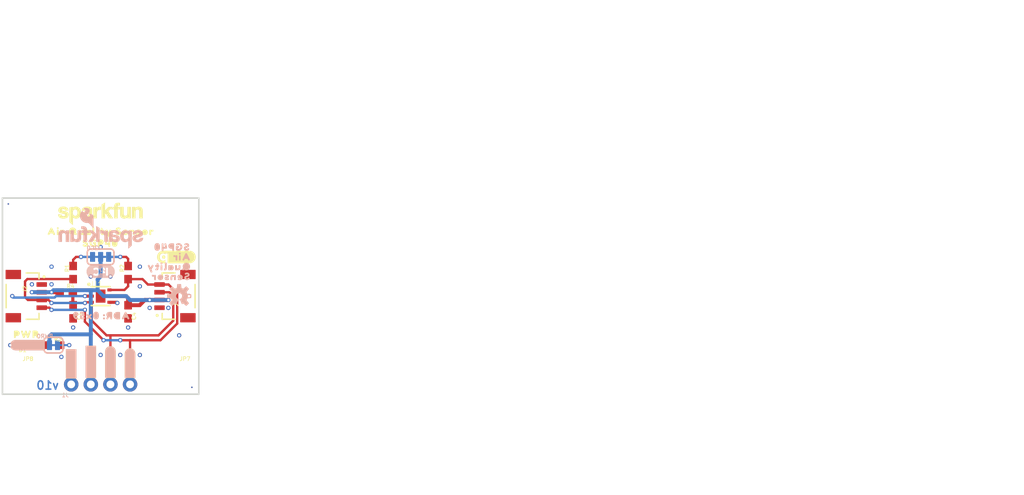
<source format=kicad_pcb>
(kicad_pcb (version 20211014) (generator pcbnew)
  (layers (0 "F.Cu" signal) (31 "B.Cu" signal) (34 "B.Paste" user) (35 "F.Paste" user) (36 "B.SilkS" user "B.Silkscreen") (37 "F.SilkS" user "F.Silkscreen") (38 "B.Mask" user) (39 "F.Mask" user) (44 "Edge.Cuts" user))
  (net 0 "")
  (net 1 "3.3V")
  (net 2 "GND")
  (net 3 "SCL")
  (net 4 "SDA")
  (net 5 "N$3")
  (net 6 "N$1")
  (net 7 "N$2")
  (net 8 "N$4")
  (net 9 "N$5")
  (footprint "boardEagle:#3#3V#0" (layer "F.Cu") (at 147.2311 113.5126 90)
    (fp_text reference "U$34" hide)
    (fp_text value "" hide)
  )
  (footprint "boardEagle:0603" (layer "F.Cu") (at 152.0571 101.9556 90)
    (fp_text reference "R2" (at 0 -0.762 90) (layer "F.SilkS") (effects (font (size 0.512064 0.512064) (thickness 0.097536)) (justify left)))
    (fp_text value "4.7k")
    (pad "1" smd roundrect (at -0.85 0 90) (size 1.1 1) (layers "F.Cu" "F.Paste" "F.Mask") (roundrect_rratio 0.0508) (net 3 "SCL"))
    (pad "2" smd roundrect (at 0.85 0 90) (size 1.1 1) (layers "F.Cu" "F.Paste" "F.Mask") (roundrect_rratio 0.0508) (net 8 "N$4"))
  )
  (footprint "boardEagle:STAND-OFF" (layer "F.Cu") (at 158.6611 94.8436)
    (fp_text reference "JP4" hide)
    (fp_text value "STAND-OFF" hide)
    (pad "" np_thru_hole circle (at 0 0) (size 3.302 3.302) (drill 3.302) (layers *.Cu *.Mask))
  )
  (footprint "boardEagle:STAND-OFF" (layer "F.Cu") (at 138.3411 94.8436)
    (fp_text reference "JP3" hide)
    (fp_text value "STAND-OFF" hide)
    (pad "" np_thru_hole circle (at 0 0) (size 3.302 3.302) (drill 3.302) (layers *.Cu *.Mask))
  )
  (footprint "boardEagle:PWR0" (layer "F.Cu") (at 136.5631 109.9566)
    (fp_text reference "U$5" hide)
    (fp_text value "" hide)
  )
  (footprint "boardEagle:FIDUCIAL-0.2MM" (layer "F.Cu") (at 136.5631 93.0656)
    (fp_text reference "JP6" hide)
    (fp_text value "FIDUCIAL0.2MM" hide)
    (pad "1" smd roundrect (at 0 0) (size 0.2 0.2) (layers "F.Cu") (roundrect_rratio 0.5))
  )
  (footprint "boardEagle:SFE_LOGO_NAME_.1" (layer "F.Cu") (at 148.5011 94.3356)
    (fp_text reference "LOGO6" hide)
    (fp_text value "SFE_LOGO_NAME.1_INCH" hide)
  )
  (footprint "boardEagle:0603" (layer "F.Cu") (at 142.4051 111.3536)
    (fp_text reference "R3" (at 0 -0.762) (layer "F.SilkS") (effects (font (size 0.512064 0.512064) (thickness 0.097536)) (justify left)))
    (fp_text value "1k")
    (pad "1" smd roundrect (at -0.85 0) (size 1.1 1) (layers "F.Cu" "F.Paste" "F.Mask") (roundrect_rratio 0.0508) (net 5 "N$3"))
    (pad "2" smd roundrect (at 0.85 0) (size 1.1 1) (layers "F.Cu" "F.Paste" "F.Mask") (roundrect_rratio 0.0508) (net 6 "N$1"))
  )
  (footprint "boardEagle:AIR0" (layer "F.Cu") (at 142.7861 96.6216)
    (fp_text reference "U$23" hide)
    (fp_text value "" hide)
  )
  (footprint "boardEagle:SENSOR0" (layer "F.Cu") (at 152.9461 96.6216)
    (fp_text reference "U$29" hide)
    (fp_text value "" hide)
  )
  (footprint "boardEagle:JST04_1MM_RA" (layer "F.Cu") (at 156.1211 105.0036 90)
    (fp_text reference "J4" (at -1.397 2.159 90) (layer "F.SilkS") (effects (font (size 0.512064 0.512064) (thickness 0.097536)) (justify left)))
    (fp_text value "QWIIC_RA" hide)
    (pad "1" smd roundrect (at -1.5 0 90) (size 0.6 1.35) (layers "F.Cu" "F.Paste" "F.Mask") (roundrect_rratio 0.08466666667) (net 2 "GND"))
    (pad "2" smd roundrect (at -0.5 0 90) (size 0.6 1.35) (layers "F.Cu" "F.Paste" "F.Mask") (roundrect_rratio 0.08466666667) (net 1 "3.3V"))
    (pad "3" smd roundrect (at 0.5 0 90) (size 0.6 1.35) (layers "F.Cu" "F.Paste" "F.Mask") (roundrect_rratio 0.08466666667) (net 4 "SDA"))
    (pad "4" smd roundrect (at 1.5 0 90) (size 0.6 1.35) (layers "F.Cu" "F.Paste" "F.Mask") (roundrect_rratio 0.08466666667) (net 3 "SCL"))
    (pad "NC1" smd roundrect (at 2.8 3.675 90) (size 1.2 2) (layers "F.Cu" "F.Paste" "F.Mask") (roundrect_rratio 0.04233333333))
    (pad "NC2" smd roundrect (at -2.8 3.675 90) (size 1.2 2) (layers "F.Cu" "F.Paste" "F.Mask") (roundrect_rratio 0.04233333333))
  )
  (footprint "boardEagle:SGP400" (layer "F.Cu") (at 148.5011 98.1456)
    (fp_text reference "U$19" hide)
    (fp_text value "" hide)
  )
  (footprint "boardEagle:SGP40" (layer "F.Cu") (at 148.5011 105.0036)
    (fp_text reference "U1" (at -1.27 -1.524) (layer "F.SilkS") (effects (font (size 0.752978 0.752978) (thickness 0.059822)) (justify left)))
    (fp_text value "SGP40")
    (fp_poly (pts (xy 0.62505 0.85005) (xy -0.62505 0.85005) (xy -0.62505 -0.575021) (xy -0.350021 -0.85005) (xy 0.62505 -0.85005)) (layer "F.Cu") (width 0) (fill solid))
    (pad "1" smd roundrect (at -1.15 -0.8) (size 0.55 0.4) (layers "F.Cu" "F.Mask") (roundrect_rratio 0.127) (net 9 "N$5"))
    (pad "2" smd roundrect (at -1.15 0) (size 0.55 0.4) (layers "F.Cu" "F.Mask") (roundrect_rratio 0.127) (net 2 "GND"))
    (pad "3" smd roundrect (at -1.15 0.8) (size 0.55 0.4) (layers "F.Cu" "F.Mask") (roundrect_rratio 0.127) (net 4 "SDA"))
    (pad "4" smd roundrect (at 1.15 0.8) (size 0.55 0.4) (layers "F.Cu" "F.Mask") (roundrect_rratio 0.127) (net 2 "GND"))
    (pad "5" smd roundrect (at 1.15 0) (size 0.55 0.4) (layers "F.Cu" "F.Mask") (roundrect_rratio 0.127) (net 1 "3.3V"))
    (pad "6" smd roundrect (at 1.15 -0.8) (size 0.55 0.4) (layers "F.Cu" "F.Mask") (roundrect_rratio 0.127) (net 3 "SCL"))
    (pad "DIEPAD" smd roundrect (at 0 0 90) (size 0.6096 0.3048) (layers "F.Cu") (roundrect_rratio 0.1666666667) (net 2 "GND"))
  )
  (footprint "boardEagle:0603" (layer "F.Cu") (at 152.0571 107.0356 -90)
    (fp_text reference "C4" (at 0 -0.762 90) (layer "F.SilkS") (effects (font (size 0.512064 0.512064) (thickness 0.097536)) (justify right)))
    (fp_text value "1.0uF")
    (pad "1" smd roundrect (at -0.85 0 270) (size 1.1 1) (layers "F.Cu" "F.Paste" "F.Mask") (roundrect_rratio 0.0508) (net 1 "3.3V"))
    (pad "2" smd roundrect (at 0.85 0 270) (size 1.1 1) (layers "F.Cu" "F.Paste" "F.Mask") (roundrect_rratio 0.0508) (net 2 "GND"))
  )
  (footprint "boardEagle:#SDA#0" (layer "F.Cu") (at 149.7711 115.9256 90)
    (fp_text reference "U$35" hide)
    (fp_text value "" hide)
  )
  (footprint "boardEagle:FIDUCIAL-0.2MM" (layer "F.Cu") (at 160.3121 116.8146)
    (fp_text reference "JP2" hide)
    (fp_text value "FIDUCIAL0.2MM" hide)
    (pad "1" smd roundrect (at 0 0) (size 0.2 0.2) (layers "F.Cu") (roundrect_rratio 0.5))
  )
  (footprint "boardEagle:JST04_1MM_RA" (layer "F.Cu") (at 140.8811 105.0036 -90)
    (fp_text reference "J2" (at -1.397 2.159 90) (layer "F.SilkS") (effects (font (size 0.512064 0.512064) (thickness 0.097536)) (justify right)))
    (fp_text value "QWIIC_RA" hide)
    (pad "1" smd roundrect (at -1.5 0 270) (size 0.6 1.35) (layers "F.Cu" "F.Paste" "F.Mask") (roundrect_rratio 0.08466666667) (net 2 "GND"))
    (pad "2" smd roundrect (at -0.5 0 270) (size 0.6 1.35) (layers "F.Cu" "F.Paste" "F.Mask") (roundrect_rratio 0.08466666667) (net 1 "3.3V"))
    (pad "3" smd roundrect (at 0.5 0 270) (size 0.6 1.35) (layers "F.Cu" "F.Paste" "F.Mask") (roundrect_rratio 0.08466666667) (net 4 "SDA"))
    (pad "4" smd roundrect (at 1.5 0 270) (size 0.6 1.35) (layers "F.Cu" "F.Paste" "F.Mask") (roundrect_rratio 0.08466666667) (net 3 "SCL"))
    (pad "NC1" smd roundrect (at 2.8 3.675 270) (size 1.2 2) (layers "F.Cu" "F.Paste" "F.Mask") (roundrect_rratio 0.04233333333))
    (pad "NC2" smd roundrect (at -2.8 3.675 270) (size 1.2 2) (layers "F.Cu" "F.Paste" "F.Mask") (roundrect_rratio 0.04233333333))
  )
  (footprint "boardEagle:STAND-OFF" (layer "F.Cu") (at 138.3411 115.1636)
    (fp_text reference "JP8" (at 0 -2.032) (layer "F.SilkS") (effects (font (size 0.512064 0.512064) (thickness 0.097536)) (justify left)))
    (fp_text value "STAND-OFF")
    (pad "" np_thru_hole circle (at 0 0) (size 3.302 3.302) (drill 3.302) (layers *.Cu *.Mask))
  )
  (footprint "boardEagle:#GND#0" (layer "F.Cu") (at 144.6911 113.7666 90)
    (fp_text reference "U$33" hide)
    (fp_text value "" hide)
  )
  (footprint "boardEagle:0603" (layer "F.Cu") (at 144.9451 107.0356 -90)
    (fp_text reference "C1" (at 0 -0.762 90) (layer "F.SilkS") (effects (font (size 0.512064 0.512064) (thickness 0.097536)) (justify right)))
    (fp_text value "1.0uF")
    (pad "1" smd roundrect (at -0.85 0 270) (size 1.1 1) (layers "F.Cu" "F.Paste" "F.Mask") (roundrect_rratio 0.0508) (net 9 "N$5"))
    (pad "2" smd roundrect (at 0.85 0 270) (size 1.1 1) (layers "F.Cu" "F.Paste" "F.Mask") (roundrect_rratio 0.0508) (net 2 "GND"))
  )
  (footprint "boardEagle:LED-0603" (layer "F.Cu") (at 138.9761 111.3536 180)
    (fp_text reference "D1" (at 0 -0.635) (layer "F.SilkS") (effects (font (size 0.512064 0.512064) (thickness 0.097536)) (justify right)))
    (fp_text value "RED")
    (pad "A" smd roundrect (at -0.877 0 90) (size 1 1) (layers "F.Cu" "F.Paste" "F.Mask") (roundrect_rratio 0.15) (net 5 "N$3"))
    (pad "C" smd roundrect (at 0.877 0 90) (size 1 1) (layers "F.Cu" "F.Paste" "F.Mask") (roundrect_rratio 0.15) (net 2 "GND"))
  )
  (footprint "boardEagle:QWIIC_5MM" (layer "F.Cu") (at 158.2801 99.9236)
    (fp_text reference "LOGO2" hide)
    (fp_text value "QWIIC_LOGO_5MM" hide)
  )
  (footprint "boardEagle:QUALITY0" (layer "F.Cu") (at 147.2311 96.6216)
    (fp_text reference "U$25" hide)
    (fp_text value "" hide)
  )
  (footprint "boardEagle:0603" (layer "F.Cu") (at 144.9451 101.9556 90)
    (fp_text reference "R1" (at 0 -0.762 90) (layer "F.SilkS") (effects (font (size 0.512064 0.512064) (thickness 0.097536)) (justify left)))
    (fp_text value "4.7k")
    (pad "1" smd roundrect (at -0.85 0 90) (size 1.1 1) (layers "F.Cu" "F.Paste" "F.Mask") (roundrect_rratio 0.0508) (net 4 "SDA"))
    (pad "2" smd roundrect (at 0.85 0 90) (size 1.1 1) (layers "F.Cu" "F.Paste" "F.Mask") (roundrect_rratio 0.0508) (net 7 "N$2"))
  )
  (footprint "boardEagle:CREATIVE_COMMONS" (layer "F.Cu") (at 181.5211 127.8636)
    (fp_text reference "FRAME1" hide)
    (fp_text value "FRAME-LETTER" hide)
  )
  (footprint "boardEagle:ORDERING_INSTRUCTIONS" (layer "F.Cu") (at 166.2811 66.9036)
    (fp_text reference "LOGO1" hide)
    (fp_text value "SPECIAL_INSTRUCTIONS-ORDERING" hide)
  )
  (footprint "boardEagle:#SCL#0" (layer "F.Cu") (at 152.3111 115.9256 90)
    (fp_text reference "U$36" hide)
    (fp_text value "" hide)
  )
  (footprint "boardEagle:STAND-OFF" (layer "F.Cu") (at 158.6611 115.1636)
    (fp_text reference "JP7" (at 0 -2.032) (layer "F.SilkS") (effects (font (size 0.512064 0.512064) (thickness 0.097536)) (justify left)))
    (fp_text value "STAND-OFF")
    (pad "" np_thru_hole circle (at 0 0) (size 3.302 3.302) (drill 3.302) (layers *.Cu *.Mask))
  )
  (footprint "boardEagle:0603" (layer "F.Cu") (at 144.0561 104.4956)
    (fp_text reference "R4" (at 0 -0.762) (layer "F.SilkS") (effects (font (size 0.512064 0.512064) (thickness 0.097536)) (justify left)))
    (fp_text value "4.7")
    (pad "1" smd roundrect (at -0.85 0) (size 1.1 1) (layers "F.Cu" "F.Paste" "F.Mask") (roundrect_rratio 0.0508) (net 1 "3.3V"))
    (pad "2" smd roundrect (at 0.85 0) (size 1.1 1) (layers "F.Cu" "F.Paste" "F.Mask") (roundrect_rratio 0.0508) (net 9 "N$5"))
  )
  (footprint "boardEagle:#SDA#0" (layer "B.Cu") (at 149.7711 115.9256 90)
    (fp_text reference "U$3" hide)
    (fp_text value "" hide)
  )
  (footprint "boardEagle:FIDUCIAL-0.2MM" (layer "B.Cu") (at 136.5631 93.0656 180)
    (fp_text reference "JP1" hide)
    (fp_text value "FIDUCIAL0.2MM" hide)
    (pad "1" smd roundrect (at 0 0 180) (size 0.2 0.2) (layers "B.Cu") (roundrect_rratio 0.5))
  )
  (footprint "boardEagle:#GND#0" (layer "B.Cu") (at 144.6911 113.7666 90)
    (fp_text reference "U$1" hide)
    (fp_text value "" hide)
  )
  (footprint "boardEagle:SENSOR0" (layer "B.Cu") (at 157.5181 102.4636 180)
    (fp_text reference "U$30" hide)
    (fp_text value "" hide)
  )
  (footprint "boardEagle:I2C" (layer "B.Cu") (at 150.4061 101.8286 180)
    (fp_text reference "U$15" hide)
    (fp_text value "" hide)
  )
  (footprint "boardEagle:1X04_NO_SILK" (layer "B.Cu") (at 144.6911 116.4336)
    (fp_text reference "J1" (at -1.27 1.397) (layer "B.SilkS") (effects (font (size 0.512064 0.512064) (thickness 0.097536)) (justify right mirror)))
    (fp_text value "DNP")
    (pad "1" thru_hole circle (at 0 0 270) (size 1.8796 1.8796) (drill 1.016) (layers *.Cu *.Mask) (net 2 "GND"))
    (pad "2" thru_hole circle (at 2.54 0 270) (size 1.8796 1.8796) (drill 1.016) (layers *.Cu *.Mask) (net 1 "3.3V"))
    (pad "3" thru_hole circle (at 5.08 0 270) (size 1.8796 1.8796) (drill 1.016) (layers *.Cu *.Mask) (net 4 "SDA"))
    (pad "4" thru_hole circle (at 7.62 0 270) (size 1.8796 1.8796) (drill 1.016) (layers *.Cu *.Mask) (net 3 "SCL"))
  )
  (footprint "boardEagle:#PWR#0" (layer "B.Cu") (at 141.5161 111.3536 180)
    (fp_text reference "U$6" hide)
    (fp_text value "" hide)
  )
  (footprint "boardEagle:ADR#_0X590" (layer "B.Cu") (at 148.5011 107.5436 180)
    (fp_text reference "U$31" hide)
    (fp_text value "" hide)
  )
  (footprint "boardEagle:SMT-JUMPER_3_2-NC_TRACE_SILK" (layer "B.Cu") (at 148.5011 99.9236 180)
    (fp_text reference "I2C0" (at 0 1.143) (layer "B.SilkS") (effects (font (size 0.512064 0.512064) (thickness 0.097536)) (justify left mirror)))
    (fp_text value "JUMPER-SMT_3_2-NC_TRACE_SILK" hide)
    (fp_poly (pts (xy 0.7112 -0.13335) (xy -0.7112 -0.13335) (xy -0.7112 0.13335) (xy 0.7112 0.13335)) (layer "B.Cu") (width 0) (fill solid))
    (pad "1" smd roundrect (at -1.0414 0 180) (size 0.6604 1.27) (layers "B.Cu" "B.Mask") (roundrect_rratio 0.07692307692) (net 8 "N$4"))
    (pad "2" smd roundrect (at 0 0 180) (size 0.6604 1.27) (layers "B.Cu" "B.Mask") (roundrect_rratio 0.07692307692) (net 1 "3.3V"))
    (pad "3" smd roundrect (at 1.0414 0 180) (size 0.6604 1.27) (layers "B.Cu" "B.Mask") (roundrect_rratio 0.07692307692) (net 7 "N$2"))
  )
  (footprint "boardEagle:QUALITY0" (layer "B.Cu") (at 157.2641 101.1936 180)
    (fp_text reference "U$28" hide)
    (fp_text value "" hide)
  )
  (footprint "boardEagle:AIR0" (layer "B.Cu") (at 158.9151 99.9236 180)
    (fp_text reference "U$24" hide)
    (fp_text value "" hide)
  )
  (footprint "boardEagle:SGP400" (layer "B.Cu") (at 157.6451 98.6536 180)
    (fp_text reference "U$20" hide)
    (fp_text value "" hide)
  )
  (footprint "boardEagle:FIDUCIAL-0.2MM" (layer "B.Cu") (at 160.3121 116.8146 180)
    (fp_text reference "JP5" hide)
    (fp_text value "FIDUCIAL0.2MM" hide)
    (pad "1" smd roundrect (at 0 0 180) (size 0.2 0.2) (layers "B.Cu") (roundrect_rratio 0.5))
  )
  (footprint "boardEagle:SMT-JUMPER_2_NC_TRACE_SILK" (layer "B.Cu") (at 142.4051 111.3536 180)
    (fp_text reference "PWR0" (at 0 1.143) (layer "B.SilkS") (effects (font (size 0.512064 0.512064) (thickness 0.097536)) (justify left mirror)))
    (fp_text value "JUMPER-SMT_2_NC_TRACE_SILK" hide)
    (fp_poly (pts (xy 0.1905 -0.13335) (xy -0.70485 -0.13335) (xy -0.70485 0.13335) (xy 0.1905 0.13335)) (layer "B.Cu") (width 0) (fill solid))
    (pad "1" smd roundrect (at -0.5207 0 180) (size 0.6604 1.27) (layers "B.Cu" "B.Mask") (roundrect_rratio 0.07692307692) (net 6 "N$1"))
    (pad "2" smd roundrect (at 0.5207 0 180) (size 0.6604 1.27) (layers "B.Cu" "B.Mask") (roundrect_rratio 0.07692307692) (net 1 "3.3V"))
  )
  (footprint "boardEagle:#3#3V#0" (layer "B.Cu") (at 147.2311 113.5126 90)
    (fp_text reference "U$2" hide)
    (fp_text value "" hide)
  )
  (footprint "boardEagle:#SCL#0" (layer "B.Cu") (at 152.3111 115.9256 90)
    (fp_text reference "U$4" hide)
    (fp_text value "" hide)
  )
  (footprint "boardEagle:SFE_LOGO_NAME_.1" (layer "B.Cu") (at 148.5011 97.3836 180)
    (fp_text reference "LOGO3" hide)
    (fp_text value "SFE_LOGO_NAME.1_INCH" hide)
  )
  (footprint "boardEagle:OSHW-LOGO-S" (layer "B.Cu") (at 158.6611 105.0036 180)
    (fp_text reference "LOGO5" hide)
    (fp_text value "OSHW-LOGOS" hide)
  )
  (footprint "boardEagle:SFE_LOGO_FLAME_.1" (layer "B.Cu") (at 146.7231 94.8436 180)
    (fp_text reference "LOGO4" hide)
    (fp_text value "SFE_LOGO_FLAME.1_INCH" hide)
  )
  (gr_line (start 161.2011 92.3036) (end 161.2011 117.7036) (layer "Edge.Cuts") (width 0.2032))
  (gr_line (start 135.8011 92.3036) (end 161.2011 92.3036) (layer "Edge.Cuts") (width 0.2032))
  (gr_line (start 161.2011 117.7036) (end 135.8011 117.7036) (layer "Edge.Cuts") (width 0.2032))
  (gr_line (start 135.8011 117.7036) (end 135.8011 92.3036) (layer "Edge.Cuts") (width 0.2032))
  (gr_text "v10" (at 141.6431 116.5606) (layer "B.Cu") (effects (font (size 1.0795 1.0795) (thickness 0.1905)) (justify mirror)))
  (segment (start 143.1981 104.5036) (end 142.1431 104.5036) (width 0.508) (layer "F.Cu") (net 1))
  (segment (start 140.8811 104.5036) (end 139.6191 104.5036) (width 0.508) (layer "F.Cu") (net 1))
  (segment (start 143.2061 104.4956) (end 143.1981 104.5036) (width 0.4064) (layer "F.Cu") (net 1))
  (segment (start 154.2241 105.5036) (end 154.8431 105.5036) (width 0.508) (layer "F.Cu") (net 1))
  (segment (start 152.0571 105.2576) (end 152.0571 106.1856) (width 0.508) (layer "F.Cu") (net 1))
  (segment (start 151.8031 105.0036) (end 152.0571 105.2576) (width 0.508) (layer "F.Cu") (net 1))
  (segment (start 149.6511 105.0036) (end 151.8031 105.0036) (width 0.508) (layer "F.Cu") (net 1))
  (segment (start 153.5421 106.1856) (end 152.0571 106.1856) (width 0.508) (layer "F.Cu") (net 1))
  (segment (start 142.1431 104.5036) (end 142.1511 104.4956) (width 0.4064) (layer "F.Cu") (net 1))
  (segment (start 140.8811 104.5036) (end 142.1431 104.5036) (width 0.508) (layer "F.Cu") (net 1))
  (segment (start 156.1211 105.5036) (end 154.8431 105.5036) (width 0.508) (layer "F.Cu") (net 1))
  (segment (start 153.5421 106.1856) (end 154.2241 105.5036) (width 0.508) (layer "F.Cu") (net 1))
  (segment (start 139.6191 104.5036) (end 139.6111 104.4956) (width 0.4064) (layer "F.Cu") (net 1))
  (segment (start 156.1291 105.5116) (end 156.1211 105.5036) (width 0.4064) (layer "F.Cu") (net 1))
  (segment (start 154.8431 105.5036) (end 154.8511 105.5116) (width 0.4064) (layer "F.Cu") (net 1))
  (segment (start 157.2641 105.5116) (end 156.1291 105.5116) (width 0.508) (layer "F.Cu") (net 1))
  (via (at 154.8511 105.5116) (size 0.554) (drill 0.3) (layers "F.Cu" "B.Cu") (net 1))
  (via (at 157.2641 105.5116) (size 0.554) (drill 0.3) (layers "F.Cu" "B.Cu") (net 1))
  (via (at 139.6111 104.4956) (size 0.554) (drill 0.3) (layers "F.Cu" "B.Cu") (net 1))
  (via (at 142.1511 104.4956) (size 0.554) (drill 0.3) (layers "F.Cu" "B.Cu") (net 1))
  (segment (start 147.2311 104.2416) (end 148.1201 104.2416) (width 0.508) (layer "B.Cu") (net 1))
  (segment (start 142.4051 104.2416) (end 142.1511 104.4956) (width 0.508) (layer "B.Cu") (net 1))
  (segment (start 157.2641 105.5116) (end 154.8511 105.5116) (width 0.508) (layer "B.Cu") (net 1))
  (segment (start 147.2311 109.9566) (end 147.2311 104.2416) (width 0.508) (layer "B.Cu") (net 1))
  (segment (start 148.5011 102.4636) (end 148.5011 99.9236) (width 0.508) (layer "B.Cu") (net 1))
  (segment (start 148.1201 104.2416) (end 148.1201 102.8446) (width 0.508) (layer "B.Cu") (net 1))
  (segment (start 147.2311 116.4336) (end 147.2311 109.9566) (width 0.508) (layer "B.Cu") (net 1))
  (segment (start 154.8511 105.5116) (end 152.3111 105.5116) (width 0.508) (layer "B.Cu") (net 1))
  (segment (start 142.4051 104.2416) (end 147.2311 104.2416) (width 0.508) (layer "B.Cu") (net 1))
  (segment (start 148.8821 105.0036) (end 148.1201 104.2416) (width 0.508) (layer "B.Cu") (net 1))
  (segment (start 148.8821 105.0036) (end 151.8031 105.0036) (width 0.508) (layer "B.Cu") (net 1))
  (segment (start 141.8844 111.3536) (end 141.8844 110.2233) (width 0.508) (layer "B.Cu") (net 1))
  (segment (start 139.6111 104.4956) (end 142.1511 104.4956) (width 0.508) (layer "B.Cu") (net 1))
  (segment (start 142.1511 109.9566) (end 147.2311 109.9566) (width 0.508) (layer "B.Cu") (net 1))
  (segment (start 141.8844 110.2233) (end 142.1511 109.9566) (width 0.508) (layer "B.Cu") (net 1))
  (segment (start 152.3111 105.5116) (end 151.8031 105.0036) (width 0.508) (layer "B.Cu") (net 1))
  (segment (start 148.1201 102.8446) (end 148.5011 102.4636) (width 0.508) (layer "B.Cu") (net 1))
  (segment (start 147.3511 105.0036) (end 146.4691 105.0036) (width 0.4064) (layer "F.Cu") (net 2))
  (segment (start 150.5711 105.8036) (end 150.6601 105.8926) (width 0.4064) (layer "F.Cu") (net 2))
  (segment (start 149.6511 105.8036) (end 150.5711 105.8036) (width 0.4064) (layer "F.Cu") (net 2))
  (via (at 151.0411 112.6236) (size 0.554) (drill 0.3) (layers "F.Cu" "B.Cu") (net 2))
  (via (at 154.8511 106.5276) (size 0.554) (drill 0.3) (layers "F.Cu" "B.Cu") (net 2))
  (via (at 153.5811 103.7336) (size 0.554) (drill 0.3) (layers "F.Cu" "B.Cu") (net 2))
  (via (at 139.6111 103.4796) (size 0.554) (drill 0.3) (layers "F.Cu" "B.Cu") (net 2))
  (via (at 142.1511 103.4796) (size 0.554) (drill 0.3) (layers "F.Cu" "B.Cu") (net 2))
  (via (at 148.5011 98.6536) (size 0.554) (drill 0.3) (layers "F.Cu" "B.Cu") (net 2))
  (via (at 149.7711 102.4636) (size 0.554) (drill 0.3) (layers "F.Cu" "B.Cu") (net 2))
  (via (at 137.0711 105.0036) (size 0.554) (drill 0.3) (layers "F.Cu" "B.Cu") (net 2))
  (via (at 148.5011 112.6236) (size 0.554) (drill 0.3) (layers "F.Cu" "B.Cu") (net 2))
  (via (at 146.4691 105.0036) (size 0.554) (drill 0.3) (layers "F.Cu" "B.Cu") (net 2))
  (via (at 153.5811 101.1936) (size 0.554) (drill 0.3) (layers "F.Cu" "B.Cu") (net 2))
  (via (at 153.5811 112.6236) (size 0.554) (drill 0.3) (layers "F.Cu" "B.Cu") (net 2))
  (via (at 150.6601 105.8926) (size 0.554) (drill 0.3) (layers "F.Cu" "B.Cu") (net 2))
  (via (at 147.2311 102.4636) (size 0.554) (drill 0.3) (layers "F.Cu" "B.Cu") (net 2))
  (via (at 152.0571 109.0676) (size 0.554) (drill 0.3) (layers "F.Cu" "B.Cu") (net 2))
  (via (at 144.9451 109.0676) (size 0.554) (drill 0.3) (layers "F.Cu" "B.Cu") (net 2))
  (via (at 158.6611 110.0836) (size 0.554) (drill 0.3) (layers "F.Cu" "B.Cu") (net 2))
  (via (at 136.8171 111.3536) (size 0.554) (drill 0.3) (layers "F.Cu" "B.Cu") (net 2))
  (via (at 157.2641 106.5276) (size 0.554) (drill 0.3) (layers "F.Cu" "B.Cu") (net 2))
  (via (at 142.1511 101.1936) (size 0.554) (drill 0.3) (layers "F.Cu" "B.Cu") (net 2))
  (via (at 143.4211 112.8776) (size 0.554) (drill 0.3) (layers "F.Cu" "B.Cu") (net 2))
  (via (at 159.9311 105.0036) (size 0.554) (drill 0.3) (layers "F.Cu" "B.Cu") (net 2))
  (segment (start 142.730493 105.0036) (end 142.539993 105.1941) (width 0.3048) (layer "B.Cu") (net 2))
  (segment (start 137.0711 105.0036) (end 137.0711 105.069838) (width 0.3048) (layer "B.Cu") (net 2))
  (segment (start 137.195362 105.1941) (end 142.539993 105.1941) (width 0.3048) (layer "B.Cu") (net 2))
  (segment (start 137.195362 105.1941) (end 137.0711 105.069838) (width 0.3048) (layer "B.Cu") (net 2))
  (segment (start 146.4691 105.0036) (end 142.730493 105.0036) (width 0.3048) (layer "B.Cu") (net 2))
  (segment (start 158.4071 104.6226) (end 158.4071 108.5596) (width 0.3048) (layer "F.Cu") (net 3))
  (segment (start 146.4691 106.7816) (end 146.4691 108.3056) (width 0.3048) (layer "F.Cu") (net 3))
  (segment (start 146.4691 108.3056) (end 148.8821 110.7186) (width 0.3048) (layer "F.Cu") (net 3))
  (segment (start 141.8731 106.5036) (end 142.1511 106.7816) (width 0.3048) (layer "F.Cu") (net 3))
  (segment (start 153.9231 102.8056) (end 152.0571 102.8056) (width 0.3048) (layer "F.Cu") (net 3))
  (segment (start 156.1211 103.5036) (end 157.2881 103.5036) (width 0.3048) (layer "F.Cu") (net 3))
  (segment (start 149.6511 104.2036) (end 151.5871 104.2036) (width 0.3048) (layer "F.Cu") (net 3))
  (segment (start 151.5871 104.2036) (end 152.0571 103.7336) (width 0.3048) (layer "F.Cu") (net 3))
  (segment (start 156.1211 103.5036) (end 154.6211 103.5036) (width 0.3048) (layer "F.Cu") (net 3))
  (segment (start 152.0571 103.7336) (end 152.0571 102.8056) (width 0.3048) (layer "F.Cu") (net 3))
  (segment (start 151.0411 110.7186) (end 152.3111 110.7186) (width 0.3048) (layer "F.Cu") (net 3))
  (segment (start 140.8811 106.5036) (end 141.8731 106.5036) (width 0.3048) (layer "F.Cu") (net 3))
  (segment (start 154.6211 103.5036) (end 153.9231 102.8056) (width 0.3048) (layer "F.Cu") (net 3))
  (segment (start 158.4071 108.5596) (end 156.2481 110.7186) (width 0.3048) (layer "F.Cu") (net 3))
  (segment (start 156.2481 110.7186) (end 152.3111 110.7186) (width 0.3048) (layer "F.Cu") (net 3))
  (segment (start 157.2881 103.5036) (end 158.4071 104.6226) (width 0.3048) (layer "F.Cu") (net 3))
  (segment (start 152.3111 110.7186) (end 152.3111 116.4336) (width 0.3048) (layer "F.Cu") (net 3))
  (via (at 151.0411 110.7186) (size 0.554) (drill 0.3) (layers "F.Cu" "B.Cu") (net 3))
  (via (at 142.1511 106.7816) (size 0.554) (drill 0.3) (layers "F.Cu" "B.Cu") (net 3))
  (via (at 146.4691 106.7816) (size 0.554) (drill 0.3) (layers "F.Cu" "B.Cu") (net 3))
  (via (at 148.8821 110.7186) (size 0.554) (drill 0.3) (layers "F.Cu" "B.Cu") (net 3))
  (segment (start 146.4691 106.7816) (end 142.1511 106.7816) (width 0.3048) (layer "B.Cu") (net 3))
  (segment (start 151.0411 110.7186) (end 148.8821 110.7186) (width 0.3048) (layer "B.Cu") (net 3))
  (segment (start 157.896362 108.181338) (end 157.896362 105.000863) (width 0.3048) (layer "F.Cu") (net 4))
  (segment (start 149.7711 116.4336) (end 149.7711 110.0836) (width 0.3048) (layer "F.Cu") (net 4))
  (segment (start 146.4691 105.8926) (end 146.5581 105.8036) (width 0.3048) (layer "F.Cu") (net 4))
  (segment (start 140.8811 105.5036) (end 141.7621 105.5036) (width 0.3048) (layer "F.Cu") (net 4))
  (segment (start 141.7621 105.5036) (end 142.1511 105.8926) (width 0.3048) (layer "F.Cu") (net 4))
  (segment (start 147.3511 108.1716) (end 149.2631 110.0836) (width 0.3048) (layer "F.Cu") (net 4))
  (segment (start 140.8811 105.5036) (end 139.0951 105.5036) (width 0.3048) (layer "F.Cu") (net 4))
  (segment (start 155.9941 110.0836) (end 157.896362 108.181338) (width 0.3048) (layer "F.Cu") (net 4))
  (segment (start 144.936037 102.796538) (end 139.024162 102.796538) (width 0.3048) (layer "F.Cu") (net 4))
  (segment (start 139.024162 102.796538) (end 138.7221 103.0986) (width 0.3048) (layer "F.Cu") (net 4))
  (segment (start 157.896362 105.000863) (end 157.3991 104.5036) (width 0.3048) (layer "F.Cu") (net 4))
  (segment (start 146.5581 105.8036) (end 147.3511 105.8036) (width 0.3048) (layer "F.Cu") (net 4))
  (segment (start 144.9451 102.8056) (end 144.936037 102.796538) (width 0.3048) (layer "F.Cu") (net 4))
  (segment (start 147.3511 105.8036) (end 147.3511 108.1716) (width 0.3048) (layer "F.Cu") (net 4))
  (segment (start 149.7711 110.0836) (end 155.9941 110.0836) (width 0.3048) (layer "F.Cu") (net 4))
  (segment (start 139.0951 105.5036) (end 138.7221 105.1306) (width 0.3048) (layer "F.Cu") (net 4))
  (segment (start 138.7221 105.1306) (end 138.7221 103.0986) (width 0.3048) (layer "F.Cu") (net 4))
  (segment (start 157.3991 104.5036) (end 156.1211 104.5036) (width 0.3048) (layer "F.Cu") (net 4))
  (segment (start 149.2631 110.0836) (end 149.7711 110.0836) (width 0.3048) (layer "F.Cu") (net 4))
  (via (at 146.4691 105.8926) (size 0.554) (drill 0.3) (layers "F.Cu" "B.Cu") (net 4))
  (via (at 142.1511 105.8926) (size 0.554) (drill 0.3) (layers "F.Cu" "B.Cu") (net 4))
  (segment (start 146.4691 105.8926) (end 142.1511 105.8926) (width 0.3048) (layer "B.Cu") (net 4))
  (segment (start 139.8531 111.3536) (end 141.5551 111.3536) (width 0.254) (layer "F.Cu") (net 5))
  (segment (start 143.2551 111.3536) (end 144.4371 111.3536) (width 0.254) (layer "F.Cu") (net 6))
  (via (at 144.4371 111.3536) (size 0.554) (drill 0.3) (layers "F.Cu" "B.Cu") (net 6))
  (segment (start 144.4371 111.3536) (end 142.9258 111.3536) (width 0.254) (layer "B.Cu") (net 6))
  (segment (start 144.9451 101.1056) (end 144.9451 100.3046) (width 0.3048) (layer "F.Cu") (net 7))
  (segment (start 145.3261 99.9236) (end 144.9451 100.3046) (width 0.3048) (layer "F.Cu") (net 7))
  (segment (start 145.3261 99.9236) (end 145.9611 99.9236) (width 0.3048) (layer "F.Cu") (net 7))
  (via (at 145.9611 99.9236) (size 0.554) (drill 0.3) (layers "F.Cu" "B.Cu") (net 7))
  (segment (start 145.9611 99.9236) (end 147.4597 99.9236) (width 0.3048) (layer "B.Cu") (net 7))
  (segment (start 152.0571 101.1056) (end 152.0571 100.1776) (width 0.3048) (layer "F.Cu") (net 8))
  (segment (start 152.0571 100.1776) (end 151.8031 99.9236) (width 0.3048) (layer "F.Cu") (net 8))
  (segment (start 151.8031 99.9236) (end 151.0411 99.9236) (width 0.3048) (layer "F.Cu") (net 8))
  (via (at 151.0411 99.9236) (size 0.554) (drill 0.3) (layers "F.Cu" "B.Cu") (net 8))
  (segment (start 151.0411 99.9236) (end 149.5425 99.9236) (width 0.3048) (layer "B.Cu") (net 8))
  (segment (start 144.9061 106.1466) (end 144.9451 106.1856) (width 0.4064) (layer "F.Cu") (net 9))
  (segment (start 147.3511 104.2036) (end 145.1981 104.2036) (width 0.4064) (layer "F.Cu") (net 9))
  (segment (start 145.1981 104.2036) (end 144.9061 104.4956) (width 0.4064) (layer "F.Cu") (net 9))
  (segment (start 144.9061 104.4956) (end 144.9061 106.1466) (width 0.4064) (layer "F.Cu") (net 9))
)
</source>
